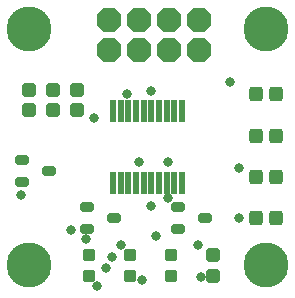
<source format=gts>
G04 Layer_Color=8388736*
%FSLAX44Y44*%
%MOMM*%
G71*
G01*
G75*
G04:AMPARAMS|DCode=27|XSize=0.8032mm|YSize=1.2032mm|CornerRadius=0.1766mm|HoleSize=0mm|Usage=FLASHONLY|Rotation=270.000|XOffset=0mm|YOffset=0mm|HoleType=Round|Shape=RoundedRectangle|*
%AMROUNDEDRECTD27*
21,1,0.8032,0.8500,0,0,270.0*
21,1,0.4500,1.2032,0,0,270.0*
1,1,0.3532,-0.4250,-0.2250*
1,1,0.3532,-0.4250,0.2250*
1,1,0.3532,0.4250,0.2250*
1,1,0.3532,0.4250,-0.2250*
%
%ADD27ROUNDEDRECTD27*%
G04:AMPARAMS|DCode=28|XSize=1.2032mm|YSize=1.1032mm|CornerRadius=0.2141mm|HoleSize=0mm|Usage=FLASHONLY|Rotation=270.000|XOffset=0mm|YOffset=0mm|HoleType=Round|Shape=RoundedRectangle|*
%AMROUNDEDRECTD28*
21,1,1.2032,0.6750,0,0,270.0*
21,1,0.7750,1.1032,0,0,270.0*
1,1,0.4282,-0.3375,-0.3875*
1,1,0.4282,-0.3375,0.3875*
1,1,0.4282,0.3375,0.3875*
1,1,0.4282,0.3375,-0.3875*
%
%ADD28ROUNDEDRECTD28*%
G04:AMPARAMS|DCode=29|XSize=1.2032mm|YSize=1.1032mm|CornerRadius=0.2141mm|HoleSize=0mm|Usage=FLASHONLY|Rotation=0.000|XOffset=0mm|YOffset=0mm|HoleType=Round|Shape=RoundedRectangle|*
%AMROUNDEDRECTD29*
21,1,1.2032,0.6750,0,0,0.0*
21,1,0.7750,1.1032,0,0,0.0*
1,1,0.4282,0.3875,-0.3375*
1,1,0.4282,-0.3875,-0.3375*
1,1,0.4282,-0.3875,0.3375*
1,1,0.4282,0.3875,0.3375*
%
%ADD29ROUNDEDRECTD29*%
G04:AMPARAMS|DCode=30|XSize=1.0032mm|YSize=1.0032mm|CornerRadius=0.2016mm|HoleSize=0mm|Usage=FLASHONLY|Rotation=90.000|XOffset=0mm|YOffset=0mm|HoleType=Round|Shape=RoundedRectangle|*
%AMROUNDEDRECTD30*
21,1,1.0032,0.6000,0,0,90.0*
21,1,0.6000,1.0032,0,0,90.0*
1,1,0.4032,0.3000,0.3000*
1,1,0.4032,0.3000,-0.3000*
1,1,0.4032,-0.3000,-0.3000*
1,1,0.4032,-0.3000,0.3000*
%
%ADD30ROUNDEDRECTD30*%
%ADD31R,0.6096X1.8542*%
%ADD32P,2.2544X8X202.5*%
%ADD33C,3.8032*%
%ADD34C,0.8032*%
D27*
X49000Y-60000D02*
D03*
X26000Y-69500D02*
D03*
Y-50500D02*
D03*
X-28500Y-60000D02*
D03*
X-51500Y-69500D02*
D03*
Y-50500D02*
D03*
X-83500Y-20000D02*
D03*
X-106500Y-29500D02*
D03*
Y-10500D02*
D03*
D28*
X108500Y10000D02*
D03*
X91500D02*
D03*
X108500Y45000D02*
D03*
X91500D02*
D03*
X108500Y-25000D02*
D03*
X91500D02*
D03*
X91500Y-60000D02*
D03*
X108500D02*
D03*
D29*
X-60000Y31500D02*
D03*
Y48500D02*
D03*
X-80000Y31500D02*
D03*
Y48500D02*
D03*
X-100000Y31500D02*
D03*
Y48500D02*
D03*
X55000Y-91500D02*
D03*
Y-108500D02*
D03*
D30*
X20000Y-91500D02*
D03*
Y-108500D02*
D03*
X-50000Y-91500D02*
D03*
Y-108500D02*
D03*
X-15000Y-91500D02*
D03*
Y-108500D02*
D03*
D31*
X-29400Y30734D02*
D03*
X-22900D02*
D03*
X-16400D02*
D03*
X-3400D02*
D03*
X-9900D02*
D03*
X3100D02*
D03*
X9652D02*
D03*
X16256D02*
D03*
X22606D02*
D03*
X29210D02*
D03*
X-29400Y-30500D02*
D03*
X-22900D02*
D03*
X-16400D02*
D03*
X-9900D02*
D03*
X-3400D02*
D03*
X3100D02*
D03*
X9652D02*
D03*
X16256D02*
D03*
X22606D02*
D03*
X29210D02*
D03*
D32*
X-33100Y82300D02*
D03*
Y107700D02*
D03*
X-7700Y82300D02*
D03*
Y107700D02*
D03*
X17700Y82300D02*
D03*
Y107700D02*
D03*
X43100Y82300D02*
D03*
Y107700D02*
D03*
D33*
X-100000Y-100000D02*
D03*
X100000D02*
D03*
Y100000D02*
D03*
X-100000D02*
D03*
D34*
X77500Y-17500D02*
D03*
X-22500Y-82500D02*
D03*
X-52500Y-77500D02*
D03*
X17500Y-12500D02*
D03*
X-7500D02*
D03*
X2500Y-50000D02*
D03*
X17512Y-42500D02*
D03*
X-30000Y-92500D02*
D03*
X-5000Y-112500D02*
D03*
X42500Y-82500D02*
D03*
X-35000Y-102500D02*
D03*
X2500Y47500D02*
D03*
X-42500Y-117500D02*
D03*
X-107500Y-40000D02*
D03*
X45000Y-110000D02*
D03*
X77500Y-60000D02*
D03*
X7500Y-75000D02*
D03*
X-65000Y-70000D02*
D03*
X70000Y55000D02*
D03*
X-17500Y45000D02*
D03*
X-45000Y25000D02*
D03*
M02*

</source>
